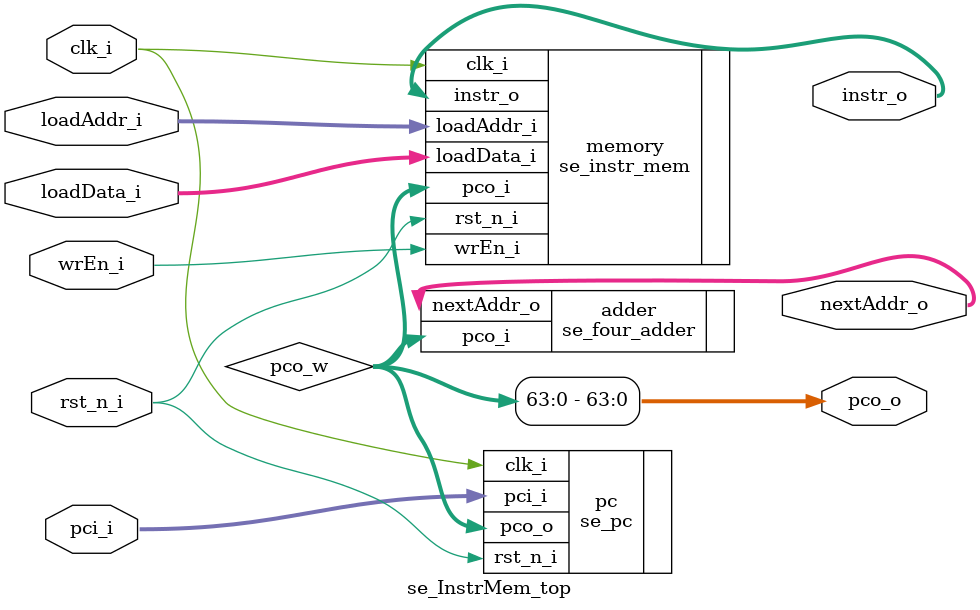
<source format=sv>
`timescale 1ns / 1ps


module se_InstrMem_top(
    input logic [63:0] pci_i,
    input logic [31:0] loadData_i,
    input logic [63:0] loadAddr_i,
    input logic wrEn_i,
    input logic rst_n_i,
    input logic clk_i,
    output logic [31:0] instr_o,
    output logic [63:0] pco_o,
    output logic [63:0] nextAddr_o
    );
    
    logic [64:0] pco_w;
    
    se_pc pc (  .pci_i(pci_i), 
                .pco_o(pco_w), 
                .rst_n_i(rst_n_i), 
                .clk_i(clk_i));
                
    se_four_adder adder (   .pco_i(pco_w), 
                            .nextAddr_o(nextAddr_o));
                            
    se_instr_mem memory (   .loadData_i(loadData_i), 
                            .loadAddr_i(loadAddr_i), 
                            .wrEn_i(wrEn_i), 
                            .pco_i(pco_w), 
                            .instr_o(instr_o), 
                            .rst_n_i(rst_n_i), 
                            .clk_i(clk_i));

    assign pco_o = pco_w;    
endmodule

</source>
